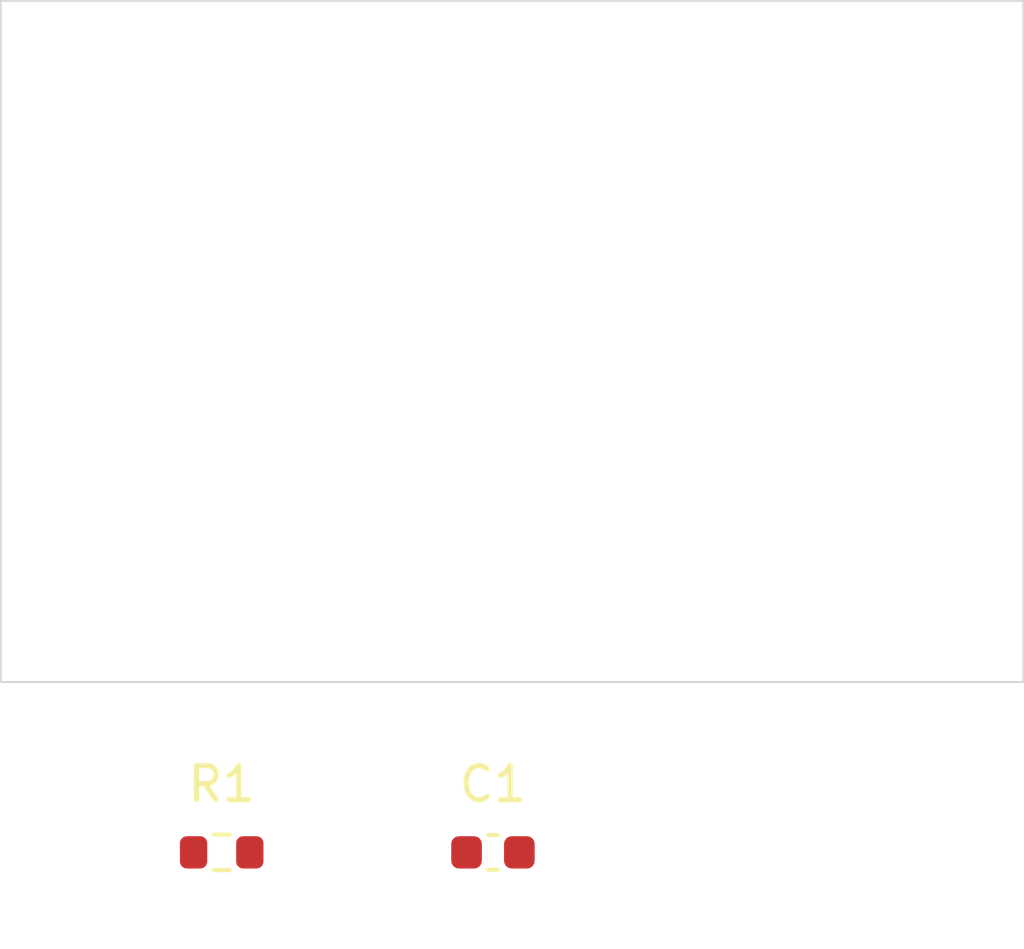
<source format=kicad_pcb>
(kicad_pcb (version 20241229) (generator "pcbnew") (generator_version "9.0")
  (layers (0 "F.Cu" signal) (2 "B.Cu" signal) (13 "F.Paste" user) (15 "B.Paste" user) (5 "F.SilkS" user "F.Silkscreen") (7 "B.SilkS" user "B.Silkscreen") (1 "F.Mask" user) (3 "B.Mask" user) (25 "Edge.Cuts" user))
  (net 0 "")
  (footprint "Resistor_SMD:R_0603_1608Metric" (layer "F.Cu") (at 6.479999999999997 25.0)
    (property "Reference" "R1" (at 0 -2 0) (layer "F.SilkS") (effects (font (size 1.0 1.0))))
    (property "Value" "1k")
    (fp_line (start -0.237258 -0.5225) (end 0.237258 -0.5225) (stroke (width 0.12)) (layer "F.SilkS"))
    (fp_line (start -0.237258 0.5225) (end 0.237258 0.5225) (stroke (width 0.12)) (layer "F.SilkS"))
    (pad "1" smd roundrect (at -0.825 0.0) (size 0.8 0.95) (layers "F.Cu" "F.Mask" "F.Paste"))
    (pad "2" smd roundrect (at 0.825 0.0) (size 0.8 0.95) (layers "F.Cu" "F.Mask" "F.Paste"))
  )
  (footprint "Capacitor_SMD:C_0603_1608Metric" (layer "F.Cu") (at 14.43999999999999 25.0)
    (property "Reference" "C1" (at 0 -2 0) (layer "F.SilkS") (effects (font (size 1.0 1.0))))
    (property "Value" "100n")
    (fp_line (start -0.14058 -0.51) (end 0.14058 -0.51) (stroke (width 0.12)) (layer "F.SilkS"))
    (fp_line (start -0.14058 0.51) (end 0.14058 0.51) (stroke (width 0.12)) (layer "F.SilkS"))
    (pad "1" smd roundrect (at -0.775 0.0) (size 0.9 0.95) (layers "F.Cu" "F.Mask" "F.Paste"))
    (pad "2" smd roundrect (at 0.775 0.0) (size 0.9 0.95) (layers "F.Cu" "F.Mask" "F.Paste"))
  )
  (gr_rect (start 0 0) (end 30.0 20.0) (stroke (width 0.05)) (fill no) (layer "Edge.Cuts"))
)
</source>
